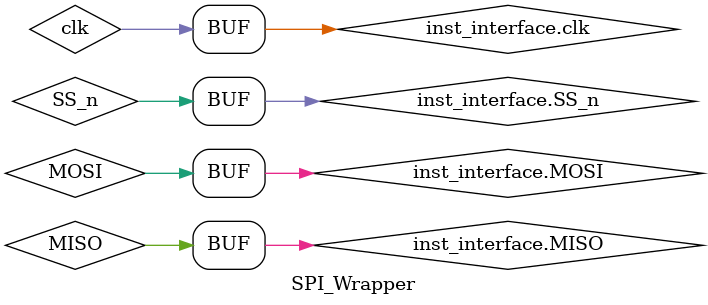
<source format=sv>
module SPI_Wrapper(interface_SPI.DUT_Wrapper inst_interface );
	//(MOSI, SS_n, clk, rst_n, MISO);
	logic MOSI, SS_n, clk, rst_n;
	logic MISO;
	logic rx_valid_wrapper, tx_valid_wrapper;
	logic [9:0] rx_data_wrapper;
	logic [7:0] tx_data_wrapper;

	assign clk   = inst_interface.clk ;
	assign SS_n  = inst_interface.SS_n ;
	assign rst_n = inst_interface.rst_n ;
	assign MOSI = inst_interface.MOSI ;
	assign inst_interface.MISO = MISO ; 

	SPI_Slave_wrapper DUT (MOSI, SS_n, clk, rst_n, tx_data_wrapper, tx_valid_wrapper, MISO, rx_data_wrapper, rx_valid_wrapper);
	Dp_Sync_RAM_wrapper RAM (clk, rst_n, rx_data_wrapper, rx_valid_wrapper, tx_data_wrapper, tx_valid_wrapper);

endmodule

</source>
